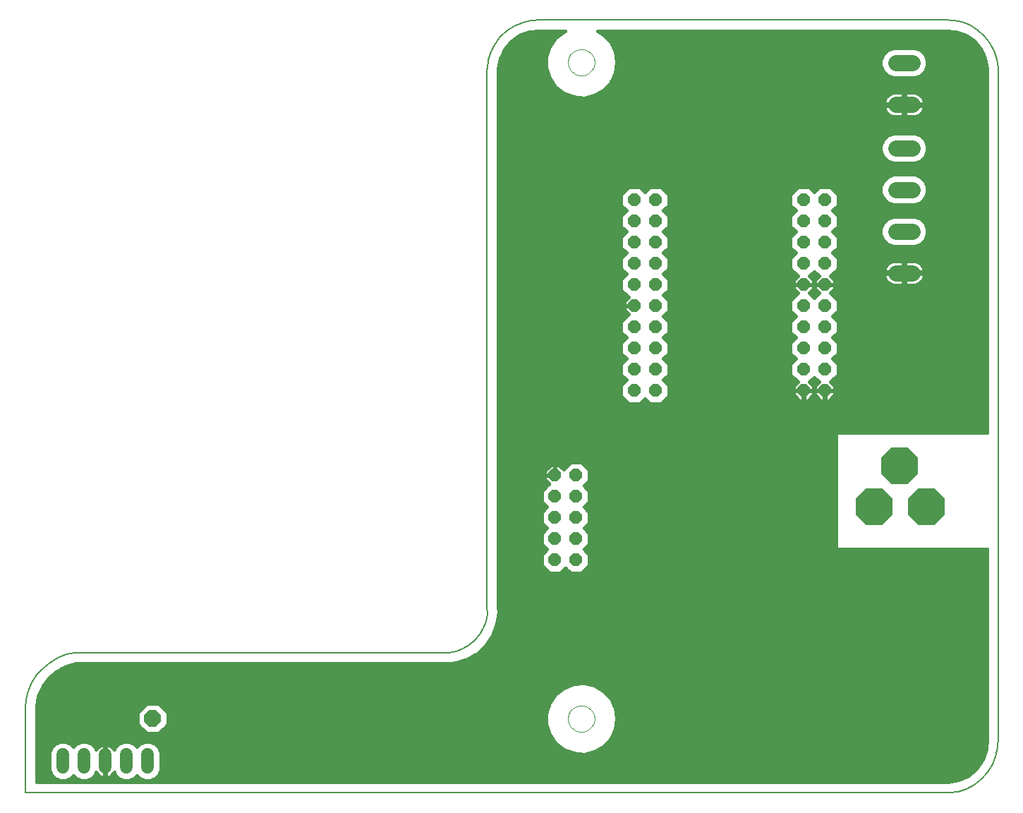
<source format=gbl>
G75*
G70*
%OFA0B0*%
%FSLAX24Y24*%
%IPPOS*%
%LPD*%
%AMOC8*
5,1,8,0,0,1.08239X$1,22.5*
%
%ADD10C,0.0080*%
%ADD11OC8,0.0600*%
%ADD12C,0.0600*%
%ADD13C,0.0780*%
%ADD14C,0.0000*%
%ADD15OC8,0.1750*%
%ADD16C,0.0160*%
%ADD17OC8,0.0768*%
D10*
X000685Y002500D02*
X000685Y006043D01*
X000660Y006471D01*
X000701Y006897D01*
X000809Y007311D01*
X000981Y007704D01*
X001212Y008065D01*
X001496Y008385D01*
X001827Y008657D01*
X002197Y008874D01*
X002596Y009030D01*
X003014Y009122D01*
X020678Y009122D01*
X021019Y009182D01*
X021345Y009301D01*
X021646Y009475D01*
X021911Y009698D01*
X022134Y009964D01*
X022307Y010264D01*
X022426Y010591D01*
X022486Y010932D01*
X022485Y011279D01*
X022485Y036697D01*
X022486Y036697D02*
X022540Y037112D01*
X022665Y037512D01*
X022858Y037884D01*
X023112Y038217D01*
X023421Y038501D01*
X023774Y038727D01*
X024161Y038888D01*
X024570Y038980D01*
X024988Y038999D01*
X024988Y039000D02*
X044114Y039000D01*
X044115Y039000D02*
X044530Y038985D01*
X044937Y038899D01*
X045322Y038743D01*
X045675Y038523D01*
X045983Y038245D01*
X046239Y037918D01*
X046434Y037551D01*
X046563Y037155D01*
X046621Y036744D01*
X046620Y036744D02*
X046620Y005068D01*
X046621Y005068D02*
X046605Y004642D01*
X046516Y004225D01*
X046356Y003829D01*
X046129Y003468D01*
X045844Y003151D01*
X045507Y002889D01*
X045130Y002689D01*
X044724Y002558D01*
X044302Y002499D01*
X044302Y002500D02*
X000685Y002500D01*
D11*
X025685Y013500D03*
X026685Y013500D03*
X026685Y014500D03*
X026685Y015500D03*
X025685Y015500D03*
X025685Y014500D03*
X025685Y016500D03*
X025685Y017500D03*
X026685Y017500D03*
X026685Y016500D03*
X029435Y021500D03*
X030435Y021500D03*
X030435Y022500D03*
X030435Y023500D03*
X029435Y023500D03*
X029435Y022500D03*
X029435Y024500D03*
X029435Y025500D03*
X030435Y025500D03*
X030435Y024500D03*
X030435Y026500D03*
X030435Y027500D03*
X029435Y027500D03*
X029435Y026500D03*
X029435Y028500D03*
X029435Y029500D03*
X030435Y029500D03*
X030435Y028500D03*
X030435Y030500D03*
X029435Y030500D03*
X037435Y030500D03*
X038435Y030500D03*
X038435Y029500D03*
X037435Y029500D03*
X037435Y028500D03*
X038435Y028500D03*
X038435Y027500D03*
X037435Y027500D03*
X037435Y026500D03*
X038435Y026500D03*
X038435Y025500D03*
X037435Y025500D03*
X037435Y024500D03*
X038435Y024500D03*
X038435Y023500D03*
X037435Y023500D03*
X037435Y022500D03*
X038435Y022500D03*
X038435Y021500D03*
X037435Y021500D03*
D12*
X006435Y004300D02*
X006435Y003700D01*
X005435Y003700D02*
X005435Y004300D01*
X004435Y004300D02*
X004435Y003700D01*
X003435Y003700D02*
X003435Y004300D01*
X002435Y004300D02*
X002435Y003700D01*
D13*
X041795Y027050D02*
X042575Y027050D01*
X042575Y029010D02*
X041795Y029010D01*
X041795Y030990D02*
X042575Y030990D01*
X042575Y032950D02*
X041795Y032950D01*
X041795Y035010D02*
X042575Y035010D01*
X042575Y036980D02*
X041795Y036980D01*
D14*
X026305Y037000D02*
X026343Y037215D01*
X026452Y037405D01*
X026620Y037546D01*
X026826Y037620D01*
X027044Y037620D01*
X027250Y037546D01*
X027418Y037405D01*
X027527Y037215D01*
X027565Y037000D01*
X027527Y036785D01*
X027418Y036595D01*
X027250Y036454D01*
X027044Y036380D01*
X026826Y036380D01*
X026620Y036454D01*
X026452Y036595D01*
X026343Y036785D01*
X026305Y037000D01*
X026305Y006000D02*
X026343Y006215D01*
X026452Y006405D01*
X026620Y006546D01*
X026826Y006620D01*
X027044Y006620D01*
X027250Y006546D01*
X027418Y006405D01*
X027527Y006215D01*
X027565Y006000D01*
X027527Y005785D01*
X027418Y005595D01*
X027250Y005454D01*
X027044Y005380D01*
X026826Y005380D01*
X026620Y005454D01*
X026452Y005595D01*
X026343Y005785D01*
X026305Y006000D01*
D15*
X040785Y016000D03*
X041985Y017950D03*
X043235Y016000D03*
D16*
X046100Y014000D02*
X046100Y005158D01*
X046096Y005145D01*
X046100Y005055D01*
X046100Y005033D01*
X046061Y004540D01*
X045892Y004066D01*
X045607Y003652D01*
X045224Y003326D01*
X044770Y003110D01*
X044279Y003019D01*
X001205Y003019D01*
X001205Y005976D01*
X001215Y006012D01*
X001205Y006079D01*
X001205Y006146D01*
X005981Y006146D01*
X005981Y006291D02*
X005981Y005708D01*
X006394Y005296D01*
X006977Y005296D01*
X007389Y005708D01*
X007389Y006291D01*
X006977Y006703D01*
X006394Y006703D01*
X005981Y006291D01*
X005995Y006305D02*
X001196Y006305D01*
X001199Y006161D02*
X001188Y006609D01*
X001285Y007094D01*
X001489Y007545D01*
X001787Y007940D01*
X002166Y008258D01*
X002606Y008484D01*
X003066Y008602D01*
X020598Y008602D01*
X020621Y008594D01*
X020701Y008602D01*
X020782Y008602D01*
X020803Y008611D01*
X021006Y008628D01*
X021544Y008802D01*
X022030Y009092D01*
X022439Y009482D01*
X022752Y009953D01*
X022752Y009953D01*
X022951Y010482D01*
X022951Y010482D01*
X023028Y011043D01*
X023005Y011301D01*
X023005Y036678D01*
X023089Y037160D01*
X023296Y037606D01*
X023612Y037984D01*
X024014Y038267D01*
X024476Y038436D01*
X024962Y038480D01*
X024977Y038480D01*
X025070Y038476D01*
X025080Y038480D01*
X026159Y038480D01*
X026095Y038454D01*
X025704Y038142D01*
X025422Y037728D01*
X025274Y037250D01*
X025274Y037250D01*
X025274Y036749D01*
X025422Y036271D01*
X025422Y036271D01*
X025704Y035857D01*
X026095Y035545D01*
X026095Y035545D01*
X026561Y035362D01*
X026562Y035362D01*
X027061Y035324D01*
X027549Y035436D01*
X027983Y035686D01*
X028323Y036053D01*
X028323Y036053D01*
X028541Y036504D01*
X028541Y036504D01*
X028615Y037000D01*
X028541Y037495D01*
X028323Y037946D01*
X027983Y038313D01*
X027694Y038480D01*
X044025Y038480D01*
X044038Y038475D01*
X044128Y038480D01*
X044151Y038480D01*
X044627Y038442D01*
X045086Y038280D01*
X045487Y038004D01*
X045803Y037634D01*
X046012Y037195D01*
X046100Y036720D01*
X046100Y019500D01*
X038985Y019500D01*
X038985Y014000D01*
X046100Y014000D01*
X046100Y013915D02*
X027147Y013915D01*
X027062Y013999D02*
X027305Y013756D01*
X046100Y013756D01*
X046100Y013598D02*
X027305Y013598D01*
X027305Y013756D02*
X027305Y013243D01*
X026942Y012880D01*
X026429Y012880D01*
X026185Y013123D01*
X025942Y012880D01*
X025429Y012880D01*
X025065Y013243D01*
X025065Y013756D01*
X023005Y013756D01*
X023005Y013598D02*
X025065Y013598D01*
X025065Y013756D02*
X025309Y013999D01*
X025065Y014243D01*
X025065Y014756D01*
X025309Y014999D01*
X025065Y015243D01*
X025065Y015756D01*
X025309Y015999D01*
X025065Y016243D01*
X025065Y016756D01*
X025408Y017099D01*
X025205Y017301D01*
X025205Y017479D01*
X025665Y017479D01*
X025665Y017520D01*
X025665Y017979D01*
X025487Y017979D01*
X025205Y017698D01*
X025205Y017520D01*
X025665Y017520D01*
X025705Y017520D01*
X025705Y017979D01*
X025884Y017979D01*
X026086Y017777D01*
X026429Y018119D01*
X026942Y018119D01*
X027305Y017756D01*
X027305Y017243D01*
X027062Y016999D01*
X027305Y016756D01*
X027305Y016243D01*
X027062Y015999D01*
X027305Y015756D01*
X027305Y015243D01*
X027062Y015000D01*
X027305Y014756D01*
X027305Y014243D01*
X027062Y013999D01*
X027136Y014073D02*
X038985Y014073D01*
X038985Y014232D02*
X027294Y014232D01*
X027305Y014390D02*
X038985Y014390D01*
X038985Y014549D02*
X027305Y014549D01*
X027305Y014707D02*
X038985Y014707D01*
X038985Y014866D02*
X027196Y014866D01*
X027087Y015024D02*
X038985Y015024D01*
X038985Y015183D02*
X027246Y015183D01*
X027305Y015342D02*
X038985Y015342D01*
X038985Y015500D02*
X027305Y015500D01*
X027305Y015659D02*
X038985Y015659D01*
X038985Y015817D02*
X027244Y015817D01*
X027086Y015976D02*
X038985Y015976D01*
X038985Y016134D02*
X027197Y016134D01*
X027305Y016293D02*
X038985Y016293D01*
X038985Y016451D02*
X027305Y016451D01*
X027305Y016610D02*
X038985Y016610D01*
X038985Y016768D02*
X027293Y016768D01*
X027135Y016927D02*
X038985Y016927D01*
X038985Y017086D02*
X027148Y017086D01*
X027305Y017244D02*
X038985Y017244D01*
X038985Y017403D02*
X027305Y017403D01*
X027305Y017561D02*
X038985Y017561D01*
X038985Y017720D02*
X027305Y017720D01*
X027183Y017878D02*
X038985Y017878D01*
X038985Y018037D02*
X027025Y018037D01*
X026346Y018037D02*
X023005Y018037D01*
X023005Y018195D02*
X038985Y018195D01*
X038985Y018354D02*
X023005Y018354D01*
X023005Y018512D02*
X038985Y018512D01*
X038985Y018671D02*
X023005Y018671D01*
X023005Y018829D02*
X038985Y018829D01*
X038985Y018988D02*
X023005Y018988D01*
X023005Y019147D02*
X038985Y019147D01*
X038985Y019305D02*
X023005Y019305D01*
X023005Y019464D02*
X038985Y019464D01*
X038634Y021020D02*
X038915Y021301D01*
X038915Y021479D01*
X038456Y021479D01*
X038456Y021520D01*
X038915Y021520D01*
X038915Y021698D01*
X038713Y021901D01*
X039055Y022243D01*
X039055Y022756D01*
X038812Y022999D01*
X039055Y023243D01*
X039055Y023756D01*
X038812Y023999D01*
X039055Y024243D01*
X039055Y024756D01*
X038812Y024999D01*
X039055Y025243D01*
X039055Y025756D01*
X038713Y026099D01*
X038915Y026301D01*
X038915Y026479D01*
X038456Y026479D01*
X038456Y026520D01*
X038915Y026520D01*
X038915Y026698D01*
X038713Y026901D01*
X039055Y027243D01*
X039055Y027756D01*
X038812Y027999D01*
X039055Y028243D01*
X039055Y028756D01*
X038812Y028999D01*
X039055Y029243D01*
X039055Y029756D01*
X038812Y029999D01*
X039055Y030243D01*
X039055Y030756D01*
X038692Y031119D01*
X038179Y031119D01*
X037935Y030876D01*
X037692Y031119D01*
X037179Y031119D01*
X036815Y030756D01*
X036815Y030243D01*
X037059Y029999D01*
X036815Y029756D01*
X036815Y029243D01*
X037059Y028999D01*
X036815Y028756D01*
X036815Y028243D01*
X037059Y027999D01*
X036815Y027756D01*
X036815Y027243D01*
X037158Y026901D01*
X036955Y026698D01*
X036955Y026520D01*
X037415Y026520D01*
X037415Y026479D01*
X036955Y026479D01*
X036955Y026301D01*
X037158Y026099D01*
X036815Y025756D01*
X036815Y025243D01*
X037059Y024999D01*
X036815Y024756D01*
X036815Y024243D01*
X037059Y023999D01*
X036815Y023756D01*
X036815Y023243D01*
X037059Y022999D01*
X036815Y022756D01*
X036815Y022243D01*
X037158Y021901D01*
X036955Y021698D01*
X036955Y021520D01*
X037415Y021520D01*
X037415Y021479D01*
X037455Y021479D01*
X037455Y021020D01*
X037634Y021020D01*
X037915Y021301D01*
X037915Y021479D01*
X037456Y021479D01*
X037456Y021520D01*
X037915Y021520D01*
X037915Y021698D01*
X037713Y021901D01*
X037935Y022123D01*
X038158Y021901D01*
X037955Y021698D01*
X037955Y021520D01*
X038415Y021520D01*
X038415Y021479D01*
X038455Y021479D01*
X038455Y021020D01*
X038634Y021020D01*
X038664Y021049D02*
X046100Y021049D01*
X046100Y020891D02*
X030703Y020891D01*
X030692Y020880D02*
X031055Y021243D01*
X031055Y021756D01*
X030812Y021999D01*
X031055Y022243D01*
X031055Y022756D01*
X030812Y022999D01*
X031055Y023243D01*
X031055Y023756D01*
X030812Y023999D01*
X031055Y024243D01*
X031055Y024756D01*
X030812Y024999D01*
X031055Y025243D01*
X031055Y025756D01*
X030812Y025999D01*
X031055Y026243D01*
X031055Y026756D01*
X030812Y026999D01*
X031055Y027243D01*
X031055Y027756D01*
X030812Y027999D01*
X031055Y028243D01*
X031055Y028756D01*
X030812Y028999D01*
X031055Y029243D01*
X031055Y029756D01*
X030812Y029999D01*
X031055Y030243D01*
X031055Y030756D01*
X030692Y031119D01*
X030179Y031119D01*
X029935Y030876D01*
X029692Y031119D01*
X029179Y031119D01*
X028815Y030756D01*
X028815Y030243D01*
X029059Y029999D01*
X028815Y029756D01*
X028815Y029243D01*
X029059Y028999D01*
X028815Y028756D01*
X028815Y028243D01*
X029059Y027999D01*
X028815Y027756D01*
X028815Y027243D01*
X029059Y026999D01*
X028815Y026756D01*
X028815Y026243D01*
X029158Y025901D01*
X028955Y025698D01*
X028955Y025520D01*
X029415Y025520D01*
X029415Y025479D01*
X028955Y025479D01*
X028955Y025301D01*
X029158Y025099D01*
X028815Y024756D01*
X028815Y024243D01*
X029059Y023999D01*
X028815Y023756D01*
X028815Y023243D01*
X029059Y022999D01*
X028815Y022756D01*
X028815Y022243D01*
X029059Y021999D01*
X028815Y021756D01*
X028815Y021243D01*
X029179Y020880D01*
X029692Y020880D01*
X029935Y021123D01*
X030179Y020880D01*
X030692Y020880D01*
X030862Y021049D02*
X037207Y021049D01*
X037237Y021020D02*
X037415Y021020D01*
X037415Y021479D01*
X036955Y021479D01*
X036955Y021301D01*
X037237Y021020D01*
X037415Y021049D02*
X037455Y021049D01*
X037455Y021208D02*
X037415Y021208D01*
X037415Y021366D02*
X037455Y021366D01*
X037664Y021049D02*
X038207Y021049D01*
X038237Y021020D02*
X038415Y021020D01*
X038415Y021479D01*
X037955Y021479D01*
X037955Y021301D01*
X038237Y021020D01*
X038415Y021049D02*
X038455Y021049D01*
X038455Y021208D02*
X038415Y021208D01*
X038415Y021366D02*
X038455Y021366D01*
X038822Y021208D02*
X046100Y021208D01*
X046100Y021366D02*
X038915Y021366D01*
X038915Y021525D02*
X046100Y021525D01*
X046100Y021683D02*
X038915Y021683D01*
X038772Y021842D02*
X046100Y021842D01*
X046100Y022000D02*
X038813Y022000D01*
X038971Y022159D02*
X046100Y022159D01*
X046100Y022317D02*
X039055Y022317D01*
X039055Y022476D02*
X046100Y022476D01*
X046100Y022635D02*
X039055Y022635D01*
X039019Y022793D02*
X046100Y022793D01*
X046100Y022952D02*
X038860Y022952D01*
X038923Y023110D02*
X046100Y023110D01*
X046100Y023269D02*
X039055Y023269D01*
X039055Y023427D02*
X046100Y023427D01*
X046100Y023586D02*
X039055Y023586D01*
X039055Y023744D02*
X046100Y023744D01*
X046100Y023903D02*
X038909Y023903D01*
X038874Y024061D02*
X046100Y024061D01*
X046100Y024220D02*
X039033Y024220D01*
X039055Y024379D02*
X046100Y024379D01*
X046100Y024537D02*
X039055Y024537D01*
X039055Y024696D02*
X046100Y024696D01*
X046100Y024854D02*
X038957Y024854D01*
X038825Y025013D02*
X046100Y025013D01*
X046100Y025171D02*
X038984Y025171D01*
X039055Y025330D02*
X046100Y025330D01*
X046100Y025488D02*
X039055Y025488D01*
X039055Y025647D02*
X046100Y025647D01*
X046100Y025805D02*
X039006Y025805D01*
X038848Y025964D02*
X046100Y025964D01*
X046100Y026122D02*
X038737Y026122D01*
X038896Y026281D02*
X046100Y026281D01*
X046100Y026440D02*
X038915Y026440D01*
X038915Y026598D02*
X041441Y026598D01*
X041472Y026566D02*
X041682Y026480D01*
X042135Y026480D01*
X042135Y026999D01*
X042235Y026999D01*
X042235Y026480D01*
X042689Y026480D01*
X042898Y026566D01*
X043059Y026727D01*
X043145Y026936D01*
X043145Y026999D01*
X042236Y026999D01*
X042236Y027100D01*
X043145Y027100D01*
X043145Y027163D01*
X043059Y027372D01*
X042898Y027533D01*
X042689Y027619D01*
X042235Y027619D01*
X042235Y027100D01*
X042135Y027100D01*
X042135Y027619D01*
X041682Y027619D01*
X041472Y027533D01*
X041312Y027372D01*
X041225Y027163D01*
X041225Y027100D01*
X042135Y027100D01*
X042135Y026999D01*
X041225Y026999D01*
X041225Y026936D01*
X041312Y026727D01*
X041472Y026566D01*
X041300Y026757D02*
X038857Y026757D01*
X038728Y026915D02*
X041234Y026915D01*
X041254Y027232D02*
X039045Y027232D01*
X039055Y027391D02*
X041331Y027391D01*
X041513Y027549D02*
X039055Y027549D01*
X039055Y027708D02*
X046100Y027708D01*
X046100Y027866D02*
X038945Y027866D01*
X038838Y028025D02*
X046100Y028025D01*
X046100Y028184D02*
X038996Y028184D01*
X039055Y028342D02*
X041551Y028342D01*
X041654Y028300D02*
X041393Y028408D01*
X041193Y028607D01*
X041085Y028868D01*
X041085Y029151D01*
X041193Y029412D01*
X041393Y029611D01*
X041654Y029719D01*
X042717Y029719D01*
X042978Y029611D01*
X043177Y029412D01*
X043285Y029151D01*
X043285Y028868D01*
X043177Y028607D01*
X042978Y028408D01*
X042717Y028300D01*
X041654Y028300D01*
X041300Y028501D02*
X039055Y028501D01*
X039055Y028659D02*
X041172Y028659D01*
X041106Y028818D02*
X038994Y028818D01*
X038835Y028976D02*
X041085Y028976D01*
X041085Y029135D02*
X038947Y029135D01*
X039055Y029293D02*
X041144Y029293D01*
X041234Y029452D02*
X039055Y029452D01*
X039055Y029610D02*
X041392Y029610D01*
X041654Y030280D02*
X041393Y030388D01*
X041193Y030587D01*
X041085Y030848D01*
X041085Y031131D01*
X041193Y031392D01*
X041393Y031591D01*
X041654Y031699D01*
X042717Y031699D01*
X042978Y031591D01*
X043177Y031392D01*
X043285Y031131D01*
X043285Y030848D01*
X043177Y030587D01*
X042978Y030388D01*
X042717Y030280D01*
X041654Y030280D01*
X041378Y030403D02*
X039055Y030403D01*
X039055Y030245D02*
X046100Y030245D01*
X046100Y030403D02*
X042993Y030403D01*
X043152Y030562D02*
X046100Y030562D01*
X046100Y030720D02*
X043232Y030720D01*
X043285Y030879D02*
X046100Y030879D01*
X046100Y031037D02*
X043285Y031037D01*
X043258Y031196D02*
X046100Y031196D01*
X046100Y031354D02*
X043193Y031354D01*
X043056Y031513D02*
X046100Y031513D01*
X046100Y031671D02*
X042784Y031671D01*
X042717Y032240D02*
X042978Y032348D01*
X043177Y032547D01*
X043285Y032808D01*
X043285Y033091D01*
X043177Y033352D01*
X042978Y033551D01*
X042717Y033659D01*
X041654Y033659D01*
X041393Y033551D01*
X041193Y033352D01*
X041085Y033091D01*
X041085Y032808D01*
X041193Y032547D01*
X041393Y032348D01*
X041654Y032240D01*
X042717Y032240D01*
X042876Y032306D02*
X046100Y032306D01*
X046100Y032464D02*
X043094Y032464D01*
X043208Y032623D02*
X046100Y032623D01*
X046100Y032781D02*
X043274Y032781D01*
X043285Y032940D02*
X046100Y032940D01*
X046100Y033098D02*
X043282Y033098D01*
X043216Y033257D02*
X046100Y033257D01*
X046100Y033415D02*
X043113Y033415D01*
X042923Y033574D02*
X046100Y033574D01*
X046100Y033733D02*
X023005Y033733D01*
X023005Y033891D02*
X046100Y033891D01*
X046100Y034050D02*
X023005Y034050D01*
X023005Y034208D02*
X046100Y034208D01*
X046100Y034367D02*
X023005Y034367D01*
X023005Y034525D02*
X041475Y034525D01*
X041472Y034526D02*
X041682Y034440D01*
X042135Y034440D01*
X042135Y034959D01*
X042235Y034959D01*
X042235Y034440D01*
X042689Y034440D01*
X042898Y034526D01*
X043059Y034687D01*
X043145Y034896D01*
X043145Y034959D01*
X042236Y034959D01*
X042236Y035060D01*
X043145Y035060D01*
X043145Y035123D01*
X043059Y035332D01*
X042898Y035493D01*
X042689Y035579D01*
X042235Y035579D01*
X042235Y035060D01*
X042135Y035060D01*
X042135Y035579D01*
X041682Y035579D01*
X041472Y035493D01*
X041312Y035332D01*
X041225Y035123D01*
X041225Y035060D01*
X042135Y035060D01*
X042135Y034959D01*
X041225Y034959D01*
X041225Y034896D01*
X041312Y034687D01*
X041472Y034526D01*
X041315Y034684D02*
X023005Y034684D01*
X023005Y034842D02*
X041248Y034842D01*
X041241Y035159D02*
X023005Y035159D01*
X023005Y035001D02*
X042135Y035001D01*
X042236Y035001D02*
X046100Y035001D01*
X046100Y035159D02*
X043130Y035159D01*
X043065Y035318D02*
X046100Y035318D01*
X046100Y035477D02*
X042914Y035477D01*
X043123Y034842D02*
X046100Y034842D01*
X046100Y034684D02*
X043056Y034684D01*
X042896Y034525D02*
X046100Y034525D01*
X046100Y035635D02*
X027894Y035635D01*
X027983Y035686D02*
X027983Y035686D01*
X028083Y035794D02*
X046100Y035794D01*
X046100Y035952D02*
X028230Y035952D01*
X028351Y036111D02*
X046100Y036111D01*
X046100Y036269D02*
X028427Y036269D01*
X028504Y036428D02*
X041343Y036428D01*
X041393Y036378D02*
X041654Y036270D01*
X042717Y036270D01*
X042978Y036378D01*
X043177Y036577D01*
X043285Y036838D01*
X043285Y037121D01*
X043177Y037382D01*
X042978Y037581D01*
X042717Y037689D01*
X041654Y037689D01*
X041393Y037581D01*
X041193Y037382D01*
X041085Y037121D01*
X041085Y036838D01*
X041193Y036577D01*
X041393Y036378D01*
X041190Y036586D02*
X028553Y036586D01*
X028577Y036745D02*
X041124Y036745D01*
X041085Y036903D02*
X028601Y036903D01*
X028606Y037062D02*
X041085Y037062D01*
X041127Y037221D02*
X028582Y037221D01*
X028558Y037379D02*
X041192Y037379D01*
X041349Y037538D02*
X028520Y037538D01*
X028541Y037495D02*
X028541Y037495D01*
X028444Y037696D02*
X045750Y037696D01*
X045849Y037538D02*
X043021Y037538D01*
X043178Y037379D02*
X045924Y037379D01*
X046000Y037221D02*
X043244Y037221D01*
X043285Y037062D02*
X046037Y037062D01*
X046066Y036903D02*
X043285Y036903D01*
X043247Y036745D02*
X046096Y036745D01*
X046100Y036586D02*
X043181Y036586D01*
X043028Y036428D02*
X046100Y036428D01*
X045614Y037855D02*
X028367Y037855D01*
X028323Y037946D02*
X028323Y037946D01*
X028323Y037946D01*
X028261Y038013D02*
X045473Y038013D01*
X045487Y038004D02*
X045487Y038004D01*
X045243Y038172D02*
X028114Y038172D01*
X027953Y038330D02*
X044943Y038330D01*
X042235Y035477D02*
X042135Y035477D01*
X042135Y035318D02*
X042235Y035318D01*
X042235Y035159D02*
X042135Y035159D01*
X042135Y034842D02*
X042235Y034842D01*
X042235Y034684D02*
X042135Y034684D01*
X042135Y034525D02*
X042235Y034525D01*
X041306Y035318D02*
X023005Y035318D01*
X023005Y035477D02*
X026269Y035477D01*
X025982Y035635D02*
X023005Y035635D01*
X023005Y035794D02*
X025783Y035794D01*
X025704Y035857D02*
X025704Y035857D01*
X025704Y035857D01*
X025639Y035952D02*
X023005Y035952D01*
X023005Y036111D02*
X025531Y036111D01*
X025423Y036269D02*
X023005Y036269D01*
X023005Y036428D02*
X025373Y036428D01*
X025324Y036586D02*
X023005Y036586D01*
X023017Y036745D02*
X025275Y036745D01*
X025274Y036749D02*
X025274Y036749D01*
X025274Y036903D02*
X023045Y036903D01*
X023072Y037062D02*
X025274Y037062D01*
X025274Y037221D02*
X023117Y037221D01*
X023191Y037379D02*
X025314Y037379D01*
X025363Y037538D02*
X023264Y037538D01*
X023371Y037696D02*
X025412Y037696D01*
X025422Y037728D02*
X025422Y037728D01*
X025508Y037855D02*
X023504Y037855D01*
X023654Y038013D02*
X025616Y038013D01*
X025704Y038142D02*
X025704Y038142D01*
X025704Y038142D01*
X025741Y038172D02*
X023879Y038172D01*
X024187Y038330D02*
X025940Y038330D01*
X026095Y038454D02*
X026095Y038454D01*
X027061Y035324D02*
X027061Y035324D01*
X027549Y035436D02*
X027549Y035436D01*
X027620Y035477D02*
X041456Y035477D01*
X041448Y033574D02*
X023005Y033574D01*
X023005Y033415D02*
X041257Y033415D01*
X041154Y033257D02*
X023005Y033257D01*
X023005Y033098D02*
X041089Y033098D01*
X041085Y032940D02*
X023005Y032940D01*
X023005Y032781D02*
X041096Y032781D01*
X041162Y032623D02*
X023005Y032623D01*
X023005Y032464D02*
X041277Y032464D01*
X041494Y032306D02*
X023005Y032306D01*
X023005Y032147D02*
X046100Y032147D01*
X046100Y031989D02*
X023005Y031989D01*
X023005Y031830D02*
X046100Y031830D01*
X046100Y030086D02*
X038899Y030086D01*
X038884Y029928D02*
X046100Y029928D01*
X046100Y029769D02*
X039043Y029769D01*
X039055Y030562D02*
X041219Y030562D01*
X041138Y030720D02*
X039055Y030720D01*
X038933Y030879D02*
X041085Y030879D01*
X041085Y031037D02*
X038774Y031037D01*
X038096Y031037D02*
X037774Y031037D01*
X037933Y030879D02*
X037938Y030879D01*
X037096Y031037D02*
X030774Y031037D01*
X030933Y030879D02*
X036938Y030879D01*
X036815Y030720D02*
X031055Y030720D01*
X031055Y030562D02*
X036815Y030562D01*
X036815Y030403D02*
X031055Y030403D01*
X031055Y030245D02*
X036815Y030245D01*
X036972Y030086D02*
X030899Y030086D01*
X030884Y029928D02*
X036987Y029928D01*
X036828Y029769D02*
X031043Y029769D01*
X031055Y029610D02*
X036815Y029610D01*
X036815Y029452D02*
X031055Y029452D01*
X031055Y029293D02*
X036815Y029293D01*
X036923Y029135D02*
X030947Y029135D01*
X030835Y028976D02*
X037035Y028976D01*
X036877Y028818D02*
X030994Y028818D01*
X031055Y028659D02*
X036815Y028659D01*
X036815Y028501D02*
X031055Y028501D01*
X031055Y028342D02*
X036815Y028342D01*
X036875Y028184D02*
X030996Y028184D01*
X030838Y028025D02*
X037033Y028025D01*
X036926Y027866D02*
X030945Y027866D01*
X031055Y027708D02*
X036815Y027708D01*
X036815Y027549D02*
X031055Y027549D01*
X031055Y027391D02*
X036815Y027391D01*
X036826Y027232D02*
X031045Y027232D01*
X030886Y027074D02*
X036984Y027074D01*
X037143Y026915D02*
X030896Y026915D01*
X031055Y026757D02*
X037014Y026757D01*
X036955Y026598D02*
X031055Y026598D01*
X031055Y026440D02*
X036955Y026440D01*
X036975Y026281D02*
X031055Y026281D01*
X030935Y026122D02*
X037134Y026122D01*
X037023Y025964D02*
X030848Y025964D01*
X031006Y025805D02*
X036864Y025805D01*
X036815Y025647D02*
X031055Y025647D01*
X031055Y025488D02*
X036815Y025488D01*
X036815Y025330D02*
X031055Y025330D01*
X030984Y025171D02*
X036887Y025171D01*
X037045Y025013D02*
X030825Y025013D01*
X030957Y024854D02*
X036913Y024854D01*
X036815Y024696D02*
X031055Y024696D01*
X031055Y024537D02*
X036815Y024537D01*
X036815Y024379D02*
X031055Y024379D01*
X031033Y024220D02*
X036838Y024220D01*
X036997Y024061D02*
X030874Y024061D01*
X030909Y023903D02*
X036962Y023903D01*
X036815Y023744D02*
X031055Y023744D01*
X031055Y023586D02*
X036815Y023586D01*
X036815Y023427D02*
X031055Y023427D01*
X031055Y023269D02*
X036815Y023269D01*
X036948Y023110D02*
X030923Y023110D01*
X030860Y022952D02*
X037011Y022952D01*
X036852Y022793D02*
X031019Y022793D01*
X031055Y022635D02*
X036815Y022635D01*
X036815Y022476D02*
X031055Y022476D01*
X031055Y022317D02*
X036815Y022317D01*
X036899Y022159D02*
X030971Y022159D01*
X030813Y022000D02*
X037058Y022000D01*
X037099Y021842D02*
X030970Y021842D01*
X031055Y021683D02*
X036955Y021683D01*
X036955Y021525D02*
X031055Y021525D01*
X031055Y021366D02*
X036955Y021366D01*
X037048Y021208D02*
X031020Y021208D01*
X030168Y020891D02*
X029703Y020891D01*
X029862Y021049D02*
X030009Y021049D01*
X029168Y020891D02*
X023005Y020891D01*
X023005Y021049D02*
X029009Y021049D01*
X028850Y021208D02*
X023005Y021208D01*
X023005Y021366D02*
X028815Y021366D01*
X028815Y021525D02*
X023005Y021525D01*
X023005Y021683D02*
X028815Y021683D01*
X028901Y021842D02*
X023005Y021842D01*
X023005Y022000D02*
X029058Y022000D01*
X028899Y022159D02*
X023005Y022159D01*
X023005Y022317D02*
X028815Y022317D01*
X028815Y022476D02*
X023005Y022476D01*
X023005Y022635D02*
X028815Y022635D01*
X028852Y022793D02*
X023005Y022793D01*
X023005Y022952D02*
X029011Y022952D01*
X028948Y023110D02*
X023005Y023110D01*
X023005Y023269D02*
X028815Y023269D01*
X028815Y023427D02*
X023005Y023427D01*
X023005Y023586D02*
X028815Y023586D01*
X028815Y023744D02*
X023005Y023744D01*
X023005Y023903D02*
X028962Y023903D01*
X028997Y024061D02*
X023005Y024061D01*
X023005Y024220D02*
X028838Y024220D01*
X028815Y024379D02*
X023005Y024379D01*
X023005Y024537D02*
X028815Y024537D01*
X028815Y024696D02*
X023005Y024696D01*
X023005Y024854D02*
X028913Y024854D01*
X029072Y025013D02*
X023005Y025013D01*
X023005Y025171D02*
X029085Y025171D01*
X028955Y025330D02*
X023005Y025330D01*
X023005Y025488D02*
X029415Y025488D01*
X029062Y025805D02*
X023005Y025805D01*
X023005Y025647D02*
X028955Y025647D01*
X029094Y025964D02*
X023005Y025964D01*
X023005Y026122D02*
X028936Y026122D01*
X028815Y026281D02*
X023005Y026281D01*
X023005Y026440D02*
X028815Y026440D01*
X028815Y026598D02*
X023005Y026598D01*
X023005Y026757D02*
X028816Y026757D01*
X028974Y026915D02*
X023005Y026915D01*
X023005Y027074D02*
X028984Y027074D01*
X028826Y027232D02*
X023005Y027232D01*
X023005Y027391D02*
X028815Y027391D01*
X028815Y027549D02*
X023005Y027549D01*
X023005Y027708D02*
X028815Y027708D01*
X028926Y027866D02*
X023005Y027866D01*
X023005Y028025D02*
X029033Y028025D01*
X028875Y028184D02*
X023005Y028184D01*
X023005Y028342D02*
X028815Y028342D01*
X028815Y028501D02*
X023005Y028501D01*
X023005Y028659D02*
X028815Y028659D01*
X028877Y028818D02*
X023005Y028818D01*
X023005Y028976D02*
X029035Y028976D01*
X028923Y029135D02*
X023005Y029135D01*
X023005Y029293D02*
X028815Y029293D01*
X028815Y029452D02*
X023005Y029452D01*
X023005Y029610D02*
X028815Y029610D01*
X028828Y029769D02*
X023005Y029769D01*
X023005Y029928D02*
X028987Y029928D01*
X028972Y030086D02*
X023005Y030086D01*
X023005Y030245D02*
X028815Y030245D01*
X028815Y030403D02*
X023005Y030403D01*
X023005Y030562D02*
X028815Y030562D01*
X028815Y030720D02*
X023005Y030720D01*
X023005Y030879D02*
X028938Y030879D01*
X029096Y031037D02*
X023005Y031037D01*
X023005Y031196D02*
X041112Y031196D01*
X041178Y031354D02*
X023005Y031354D01*
X023005Y031513D02*
X041315Y031513D01*
X041587Y031671D02*
X023005Y031671D01*
X029774Y031037D02*
X030096Y031037D01*
X029938Y030879D02*
X029933Y030879D01*
X037456Y026520D02*
X037915Y026520D01*
X037915Y026698D01*
X037713Y026901D01*
X037935Y027123D01*
X038158Y026901D01*
X037955Y026698D01*
X037955Y026520D01*
X038415Y026520D01*
X038415Y026479D01*
X037955Y026479D01*
X037955Y026301D01*
X038158Y026099D01*
X037935Y025876D01*
X037713Y026099D01*
X037915Y026301D01*
X037915Y026479D01*
X037456Y026479D01*
X037456Y026520D01*
X037857Y026757D02*
X038014Y026757D01*
X037955Y026598D02*
X037915Y026598D01*
X037915Y026440D02*
X037955Y026440D01*
X037975Y026281D02*
X037896Y026281D01*
X037737Y026122D02*
X038134Y026122D01*
X038023Y025964D02*
X037848Y025964D01*
X037728Y026915D02*
X038143Y026915D01*
X037984Y027074D02*
X037886Y027074D01*
X038886Y027074D02*
X042135Y027074D01*
X042236Y027074D02*
X046100Y027074D01*
X046100Y027232D02*
X043117Y027232D01*
X043040Y027391D02*
X046100Y027391D01*
X046100Y027549D02*
X042858Y027549D01*
X043137Y026915D02*
X046100Y026915D01*
X046100Y026757D02*
X043071Y026757D01*
X042930Y026598D02*
X046100Y026598D01*
X046100Y028342D02*
X042819Y028342D01*
X043071Y028501D02*
X046100Y028501D01*
X046100Y028659D02*
X043199Y028659D01*
X043264Y028818D02*
X046100Y028818D01*
X046100Y028976D02*
X043285Y028976D01*
X043285Y029135D02*
X046100Y029135D01*
X046100Y029293D02*
X043226Y029293D01*
X043137Y029452D02*
X046100Y029452D01*
X046100Y029610D02*
X042979Y029610D01*
X042235Y027549D02*
X042135Y027549D01*
X042135Y027391D02*
X042235Y027391D01*
X042235Y027232D02*
X042135Y027232D01*
X042135Y026915D02*
X042235Y026915D01*
X042235Y026757D02*
X042135Y026757D01*
X042135Y026598D02*
X042235Y026598D01*
X038058Y022000D02*
X037813Y022000D01*
X037772Y021842D02*
X038099Y021842D01*
X037955Y021683D02*
X037915Y021683D01*
X037915Y021525D02*
X037955Y021525D01*
X037955Y021366D02*
X037915Y021366D01*
X037822Y021208D02*
X038048Y021208D01*
X046100Y020732D02*
X023005Y020732D01*
X023005Y020573D02*
X046100Y020573D01*
X046100Y020415D02*
X023005Y020415D01*
X023005Y020256D02*
X046100Y020256D01*
X046100Y020098D02*
X023005Y020098D01*
X023005Y019939D02*
X046100Y019939D01*
X046100Y019781D02*
X023005Y019781D01*
X023005Y019622D02*
X046100Y019622D01*
X046100Y013439D02*
X027305Y013439D01*
X027305Y013280D02*
X046100Y013280D01*
X046100Y013122D02*
X027185Y013122D01*
X027026Y012963D02*
X046100Y012963D01*
X046100Y012805D02*
X023005Y012805D01*
X023005Y012963D02*
X025345Y012963D01*
X025186Y013122D02*
X023005Y013122D01*
X023005Y013280D02*
X025065Y013280D01*
X025065Y013439D02*
X023005Y013439D01*
X023005Y013915D02*
X025224Y013915D01*
X025235Y014073D02*
X023005Y014073D01*
X023005Y014232D02*
X025076Y014232D01*
X025065Y014390D02*
X023005Y014390D01*
X023005Y014549D02*
X025065Y014549D01*
X025065Y014707D02*
X023005Y014707D01*
X023005Y014866D02*
X025175Y014866D01*
X025284Y015024D02*
X023005Y015024D01*
X023005Y015183D02*
X025125Y015183D01*
X025065Y015342D02*
X023005Y015342D01*
X023005Y015500D02*
X025065Y015500D01*
X025065Y015659D02*
X023005Y015659D01*
X023005Y015817D02*
X025126Y015817D01*
X025285Y015976D02*
X023005Y015976D01*
X023005Y016134D02*
X025174Y016134D01*
X025065Y016293D02*
X023005Y016293D01*
X023005Y016451D02*
X025065Y016451D01*
X025065Y016610D02*
X023005Y016610D01*
X023005Y016768D02*
X025078Y016768D01*
X025236Y016927D02*
X023005Y016927D01*
X023005Y017086D02*
X025395Y017086D01*
X025262Y017244D02*
X023005Y017244D01*
X023005Y017403D02*
X025205Y017403D01*
X025205Y017561D02*
X023005Y017561D01*
X023005Y017720D02*
X025227Y017720D01*
X025385Y017878D02*
X023005Y017878D01*
X025665Y017878D02*
X025705Y017878D01*
X025705Y017720D02*
X025665Y017720D01*
X025665Y017561D02*
X025705Y017561D01*
X025985Y017878D02*
X026187Y017878D01*
X026184Y013122D02*
X026186Y013122D01*
X026345Y012963D02*
X026026Y012963D01*
X023005Y012646D02*
X046100Y012646D01*
X046100Y012488D02*
X023005Y012488D01*
X023005Y012329D02*
X046100Y012329D01*
X046100Y012171D02*
X023005Y012171D01*
X023005Y012012D02*
X046100Y012012D01*
X046100Y011854D02*
X023005Y011854D01*
X023005Y011695D02*
X046100Y011695D01*
X046100Y011536D02*
X023005Y011536D01*
X023005Y011378D02*
X046100Y011378D01*
X046100Y011219D02*
X023013Y011219D01*
X023027Y011061D02*
X046100Y011061D01*
X046100Y010902D02*
X023009Y010902D01*
X022987Y010744D02*
X046100Y010744D01*
X046100Y010585D02*
X022965Y010585D01*
X022930Y010427D02*
X046100Y010427D01*
X046100Y010268D02*
X022871Y010268D01*
X022811Y010110D02*
X046100Y010110D01*
X046100Y009951D02*
X022750Y009951D01*
X022645Y009793D02*
X046100Y009793D01*
X046100Y009634D02*
X022540Y009634D01*
X022433Y009475D02*
X046100Y009475D01*
X046100Y009317D02*
X022266Y009317D01*
X022100Y009158D02*
X046100Y009158D01*
X046100Y009000D02*
X021876Y009000D01*
X021609Y008841D02*
X046100Y008841D01*
X046100Y008683D02*
X021174Y008683D01*
X021006Y008628D02*
X021006Y008628D01*
X021544Y008802D02*
X021544Y008802D01*
X025422Y006728D02*
X025422Y006728D01*
X025274Y006250D01*
X025274Y006250D01*
X025274Y005749D01*
X025422Y005271D01*
X025422Y005271D01*
X025704Y004857D01*
X026095Y004545D01*
X026095Y004545D01*
X026561Y004362D01*
X026562Y004362D01*
X027061Y004324D01*
X027549Y004436D01*
X027983Y004686D01*
X028323Y005053D01*
X028541Y005504D01*
X028615Y006000D01*
X028541Y006495D01*
X028323Y006946D01*
X027983Y007313D01*
X027983Y007313D01*
X027549Y007563D01*
X027061Y007675D01*
X026562Y007637D01*
X026561Y007637D02*
X026095Y007454D01*
X025704Y007142D01*
X025422Y006728D01*
X025457Y006780D02*
X001222Y006780D01*
X001190Y006622D02*
X006312Y006622D01*
X006154Y006463D02*
X001191Y006463D01*
X001199Y006161D02*
X001205Y006146D01*
X001208Y005987D02*
X005981Y005987D01*
X005981Y005829D02*
X001205Y005829D01*
X001205Y005670D02*
X006019Y005670D01*
X006178Y005512D02*
X001205Y005512D01*
X001205Y005353D02*
X006336Y005353D01*
X006312Y004919D02*
X006084Y004825D01*
X005935Y004676D01*
X005787Y004825D01*
X005559Y004919D01*
X005312Y004919D01*
X005084Y004825D01*
X004910Y004651D01*
X004860Y004530D01*
X004842Y004571D01*
X004707Y004706D01*
X004531Y004779D01*
X004455Y004779D01*
X004455Y004020D01*
X004415Y004020D01*
X004415Y004779D01*
X004340Y004779D01*
X004163Y004706D01*
X004028Y004571D01*
X004011Y004530D01*
X003961Y004651D01*
X003787Y004825D01*
X003559Y004919D01*
X003312Y004919D01*
X003084Y004825D01*
X002935Y004676D01*
X002787Y004825D01*
X002559Y004919D01*
X002312Y004919D01*
X002084Y004825D01*
X001910Y004651D01*
X001815Y004423D01*
X001815Y003576D01*
X001910Y003348D01*
X002084Y003174D01*
X002312Y003080D01*
X002559Y003080D01*
X002787Y003174D01*
X002935Y003323D01*
X003084Y003174D01*
X003312Y003080D01*
X003559Y003080D01*
X003787Y003174D01*
X003961Y003348D01*
X004011Y003469D01*
X004028Y003428D01*
X004163Y003293D01*
X004340Y003220D01*
X004415Y003220D01*
X004415Y003979D01*
X004455Y003979D01*
X004455Y003220D01*
X004531Y003220D01*
X004707Y003293D01*
X004842Y003428D01*
X004860Y003469D01*
X004910Y003348D01*
X005084Y003174D01*
X005312Y003080D01*
X005559Y003080D01*
X005787Y003174D01*
X005935Y003323D01*
X006084Y003174D01*
X006312Y003080D01*
X006559Y003080D01*
X006787Y003174D01*
X006961Y003348D01*
X007055Y003576D01*
X007055Y004423D01*
X006961Y004651D01*
X006787Y004825D01*
X006559Y004919D01*
X006312Y004919D01*
X006211Y004878D02*
X005660Y004878D01*
X005893Y004719D02*
X005978Y004719D01*
X006660Y004878D02*
X025690Y004878D01*
X025704Y004857D02*
X025704Y004857D01*
X025704Y004857D01*
X025581Y005036D02*
X001205Y005036D01*
X001205Y004878D02*
X002211Y004878D01*
X001978Y004719D02*
X001205Y004719D01*
X001205Y004561D02*
X001872Y004561D01*
X001815Y004402D02*
X001205Y004402D01*
X001205Y004244D02*
X001815Y004244D01*
X001815Y004085D02*
X001205Y004085D01*
X001205Y003926D02*
X001815Y003926D01*
X001815Y003768D02*
X001205Y003768D01*
X001205Y003609D02*
X001815Y003609D01*
X001867Y003451D02*
X001205Y003451D01*
X001205Y003292D02*
X001966Y003292D01*
X002181Y003134D02*
X001205Y003134D01*
X002689Y003134D02*
X003181Y003134D01*
X002966Y003292D02*
X002905Y003292D01*
X003689Y003134D02*
X005181Y003134D01*
X004966Y003292D02*
X004706Y003292D01*
X004852Y003451D02*
X004867Y003451D01*
X004455Y003451D02*
X004415Y003451D01*
X004415Y003609D02*
X004455Y003609D01*
X004455Y003768D02*
X004415Y003768D01*
X004415Y003926D02*
X004455Y003926D01*
X004455Y004085D02*
X004415Y004085D01*
X004415Y004244D02*
X004455Y004244D01*
X004455Y004402D02*
X004415Y004402D01*
X004415Y004561D02*
X004455Y004561D01*
X004455Y004719D02*
X004415Y004719D01*
X004194Y004719D02*
X003893Y004719D01*
X003998Y004561D02*
X004024Y004561D01*
X003660Y004878D02*
X005211Y004878D01*
X004978Y004719D02*
X004677Y004719D01*
X004847Y004561D02*
X004872Y004561D01*
X004455Y003292D02*
X004415Y003292D01*
X004164Y003292D02*
X003905Y003292D01*
X004003Y003451D02*
X004019Y003451D01*
X002978Y004719D02*
X002893Y004719D01*
X002660Y004878D02*
X003211Y004878D01*
X001205Y005195D02*
X025473Y005195D01*
X025396Y005353D02*
X007034Y005353D01*
X007193Y005512D02*
X025347Y005512D01*
X025298Y005670D02*
X007352Y005670D01*
X007389Y005829D02*
X025274Y005829D01*
X025274Y005749D02*
X025274Y005749D01*
X025274Y005987D02*
X007389Y005987D01*
X007389Y006146D02*
X025274Y006146D01*
X025291Y006305D02*
X007376Y006305D01*
X007217Y006463D02*
X025340Y006463D01*
X025389Y006622D02*
X007059Y006622D01*
X006893Y004719D02*
X025876Y004719D01*
X026075Y004561D02*
X006998Y004561D01*
X007055Y004402D02*
X026459Y004402D01*
X027061Y004324D02*
X027061Y004324D01*
X027402Y004402D02*
X046012Y004402D01*
X046063Y004561D02*
X027765Y004561D01*
X027983Y004686D02*
X027983Y004686D01*
X028013Y004719D02*
X046075Y004719D01*
X046088Y004878D02*
X028161Y004878D01*
X028308Y005036D02*
X046100Y005036D01*
X046100Y005195D02*
X028392Y005195D01*
X028468Y005353D02*
X046100Y005353D01*
X046100Y005512D02*
X028542Y005512D01*
X028541Y005504D02*
X028541Y005504D01*
X028566Y005670D02*
X046100Y005670D01*
X046100Y005829D02*
X028590Y005829D01*
X028613Y005987D02*
X046100Y005987D01*
X046100Y006146D02*
X028593Y006146D01*
X028569Y006305D02*
X046100Y006305D01*
X046100Y006463D02*
X028545Y006463D01*
X028541Y006495D02*
X028541Y006495D01*
X028480Y006622D02*
X046100Y006622D01*
X046100Y006780D02*
X028403Y006780D01*
X028327Y006939D02*
X046100Y006939D01*
X046100Y007097D02*
X028183Y007097D01*
X028323Y006946D02*
X028323Y006946D01*
X028036Y007256D02*
X046100Y007256D01*
X046100Y007414D02*
X027807Y007414D01*
X027549Y007563D02*
X027549Y007563D01*
X027507Y007573D02*
X046100Y007573D01*
X046100Y007731D02*
X001630Y007731D01*
X001510Y007573D02*
X026397Y007573D01*
X026562Y007637D02*
X026561Y007637D01*
X026095Y007454D02*
X026095Y007454D01*
X026045Y007414D02*
X001430Y007414D01*
X001358Y007256D02*
X025846Y007256D01*
X025704Y007142D02*
X025704Y007142D01*
X025673Y007097D02*
X001287Y007097D01*
X001254Y006939D02*
X025565Y006939D01*
X027061Y007675D02*
X027061Y007675D01*
X044820Y003134D02*
X006689Y003134D01*
X006905Y003292D02*
X045154Y003292D01*
X045371Y003451D02*
X007003Y003451D01*
X007055Y003609D02*
X045557Y003609D01*
X045607Y003652D02*
X045607Y003652D01*
X045687Y003768D02*
X007055Y003768D01*
X007055Y003926D02*
X045796Y003926D01*
X045899Y004085D02*
X007055Y004085D01*
X007055Y004244D02*
X045956Y004244D01*
X046100Y007890D02*
X001750Y007890D01*
X001787Y007940D02*
X001787Y007940D01*
X001917Y008049D02*
X046100Y008049D01*
X046100Y008207D02*
X002105Y008207D01*
X002376Y008366D02*
X046100Y008366D01*
X046100Y008524D02*
X002763Y008524D01*
X005905Y003292D02*
X005966Y003292D01*
X006181Y003134D02*
X005689Y003134D01*
D17*
X006685Y006000D03*
M02*

</source>
